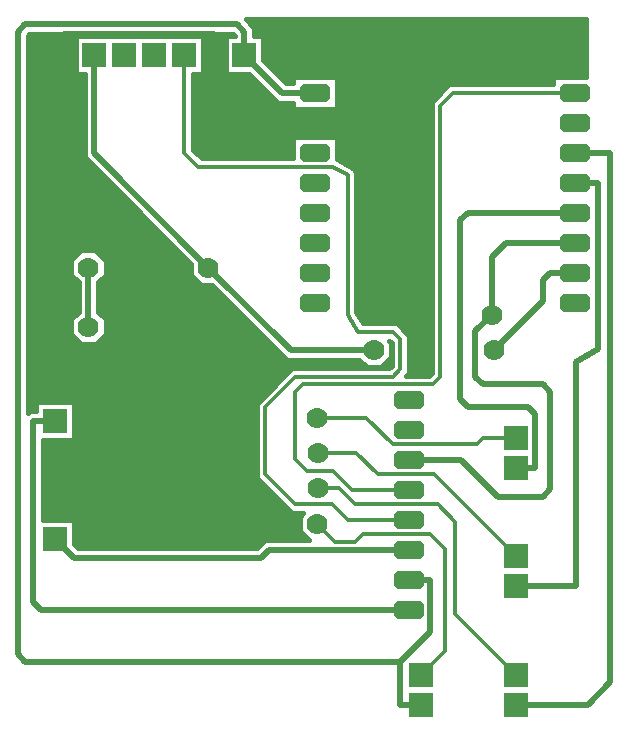
<source format=gbr>
G04 PROTEUS GERBER X2 FILE*
%TF.GenerationSoftware,Labcenter,Proteus,8.5-SP0-Build22067*%
%TF.CreationDate,2018-12-13T00:00:26+00:00*%
%TF.FileFunction,Copper,L16,Bot*%
%TF.FilePolarity,Positive*%
%TF.Part,Single*%
%FSLAX45Y45*%
%MOMM*%
G01*
%TA.AperFunction,Conductor*%
%ADD10C,0.508000*%
%ADD11C,0.304800*%
%ADD12C,0.254000*%
%ADD13C,0.381000*%
%AMDIL004*
4,1,8,
-1.270000,0.457200,-0.965200,0.762000,0.965200,0.762000,1.270000,0.457200,1.270000,-0.457200,
0.965200,-0.762000,-0.965200,-0.762000,-1.270000,-0.457200,-1.270000,0.457200,
0*%
%TA.AperFunction,ComponentPad*%
%ADD14DIL004*%
%ADD15R,2.032000X2.032000*%
%ADD16C,1.778000*%
G36*
X+2400000Y+2411349D02*
X+2115851Y+2411349D01*
X+2115851Y+2350389D01*
X+1240017Y+2350389D01*
X+1089199Y+2199571D01*
X+1089199Y-97015D01*
X+1068103Y-118111D01*
X+873263Y-118111D01*
X+897889Y-93485D01*
X+897889Y+220485D01*
X+791985Y+326389D01*
X+510415Y+326389D01*
X+452389Y+420520D01*
X+452389Y+1599599D01*
X+432613Y+1633443D01*
X+284149Y+1717101D01*
X+284149Y+1903349D01*
X-84149Y+1903349D01*
X-84149Y+1723389D01*
X-859017Y+1723389D01*
X-931611Y+1795983D01*
X-931611Y+2441251D01*
X-845251Y+2441251D01*
X-845251Y+2758749D01*
X-1924749Y+2758749D01*
X-1924749Y+2441251D01*
X-1848549Y+2441251D01*
X-1848549Y+1731809D01*
X-946049Y+829309D01*
X-946049Y+739505D01*
X-860495Y+653951D01*
X-770691Y+653951D01*
X-134191Y+17451D01*
X+476005Y+17451D01*
X+539505Y-46049D01*
X+660495Y-46049D01*
X+746049Y+39505D01*
X+746049Y+160495D01*
X+724933Y+181611D01*
X+732015Y+181611D01*
X+753111Y+160515D01*
X+753111Y-33515D01*
X+732015Y-54611D01*
X-93483Y-54611D01*
X-392389Y-353517D01*
X-392389Y-979983D01*
X-93483Y-1278889D01*
X+4567Y-1278889D01*
X-26049Y-1309505D01*
X-26049Y-1430495D01*
X+52907Y-1509451D01*
X-323193Y-1509451D01*
X-391193Y-1577451D01*
X-1905807Y-1577451D01*
X-1941251Y-1542007D01*
X-1941251Y-1341251D01*
X-2203451Y-1341251D01*
X-2203451Y-658749D01*
X-1941251Y-658749D01*
X-1941251Y-341251D01*
X-2258749Y-341251D01*
X-2258749Y-417451D01*
X-2320193Y-417451D01*
X-2330451Y-427709D01*
X-2330451Y+2759807D01*
X-2315307Y+2774951D01*
X-593693Y+2774951D01*
X-578549Y+2759807D01*
X-578549Y+2758749D01*
X-654749Y+2758749D01*
X-654749Y+2441251D01*
X-453993Y+2441251D01*
X-208193Y+2195451D01*
X-84149Y+2195451D01*
X-84149Y+2144651D01*
X+284149Y+2144651D01*
X+284149Y+2411349D01*
X-84149Y+2411349D01*
X-84149Y+2360549D01*
X-139807Y+2360549D01*
X-337251Y+2557993D01*
X-337251Y+2758749D01*
X-413451Y+2758749D01*
X-413451Y+2828193D01*
X-485258Y+2900000D01*
X+2400000Y+2900000D01*
X+2400000Y+2411349D01*
G37*
%LPC*%
G36*
X+71399Y+2093050D02*
X+128601Y+2093050D01*
X+169050Y+2052601D01*
X+169050Y+1995399D01*
X+128601Y+1954950D01*
X+71399Y+1954950D01*
X+30950Y+1995399D01*
X+30950Y+2052601D01*
X+71399Y+2093050D01*
G37*
G36*
X-2089850Y+2571067D02*
X-2089850Y+2628933D01*
X-2048933Y+2669850D01*
X-1991067Y+2669850D01*
X-1950150Y+2628933D01*
X-1950150Y+2571067D01*
X-1991067Y+2530150D01*
X-2048933Y+2530150D01*
X-2089850Y+2571067D01*
G37*
G36*
X-819850Y+2571067D02*
X-819850Y+2628933D01*
X-778933Y+2669850D01*
X-721067Y+2669850D01*
X-680150Y+2628933D01*
X-680150Y+2571067D01*
X-721067Y+2530150D01*
X-778933Y+2530150D01*
X-819850Y+2571067D01*
G37*
G36*
X-2071067Y-1315850D02*
X-2128933Y-1315850D01*
X-2169850Y-1274933D01*
X-2169850Y-1217067D01*
X-2128933Y-1176150D01*
X-2071067Y-1176150D01*
X-2030150Y-1217067D01*
X-2030150Y-1274933D01*
X-2071067Y-1315850D01*
G37*
G36*
X-2128933Y-684150D02*
X-2071067Y-684150D01*
X-2030150Y-725067D01*
X-2030150Y-782933D01*
X-2071067Y-823850D01*
X-2128933Y-823850D01*
X-2169850Y-782933D01*
X-2169850Y-725067D01*
X-2128933Y-684150D01*
G37*
G36*
X-957150Y-493672D02*
X-957150Y-446328D01*
X-923672Y-412850D01*
X-876328Y-412850D01*
X-842850Y-446328D01*
X-842850Y-493672D01*
X-876328Y-527150D01*
X-923672Y-527150D01*
X-957150Y-493672D01*
G37*
G36*
X-947150Y-793672D02*
X-947150Y-746328D01*
X-913672Y-712850D01*
X-866328Y-712850D01*
X-832850Y-746328D01*
X-832850Y-793672D01*
X-866328Y-827150D01*
X-913672Y-827150D01*
X-947150Y-793672D01*
G37*
G36*
X-947150Y-1093672D02*
X-947150Y-1046328D01*
X-913672Y-1012850D01*
X-866328Y-1012850D01*
X-832850Y-1046328D01*
X-832850Y-1093672D01*
X-866328Y-1127150D01*
X-913672Y-1127150D01*
X-947150Y-1093672D01*
G37*
G36*
X-838850Y-1346328D02*
X-838850Y-1393672D01*
X-872328Y-1427150D01*
X-919672Y-1427150D01*
X-953150Y-1393672D01*
X-953150Y-1346328D01*
X-919672Y-1312850D01*
X-872328Y-1312850D01*
X-838850Y-1346328D01*
G37*
G36*
X-1669951Y+860495D02*
X-1669951Y+739505D01*
X-1733451Y+676005D01*
X-1733451Y+423995D01*
X-1669951Y+360495D01*
X-1669951Y+239505D01*
X-1755505Y+153951D01*
X-1876495Y+153951D01*
X-1962049Y+239505D01*
X-1962049Y+360495D01*
X-1898549Y+423995D01*
X-1898549Y+676005D01*
X-1962049Y+739505D01*
X-1962049Y+860495D01*
X-1876495Y+946049D01*
X-1755505Y+946049D01*
X-1669951Y+860495D01*
G37*
G36*
X-857150Y+276328D02*
X-857150Y+323672D01*
X-823672Y+357150D01*
X-776328Y+357150D01*
X-742850Y+323672D01*
X-742850Y+276328D01*
X-776328Y+242850D01*
X-823672Y+242850D01*
X-857150Y+276328D01*
G37*
G36*
X+641150Y+423672D02*
X+641150Y+376328D01*
X+607672Y+342850D01*
X+560328Y+342850D01*
X+526850Y+376328D01*
X+526850Y+423672D01*
X+560328Y+457150D01*
X+607672Y+457150D01*
X+641150Y+423672D01*
G37*
%LPD*%
D10*
X-1816000Y+800000D02*
X-1816000Y+300000D01*
D11*
X+1800000Y-646000D02*
X+1524000Y-646000D01*
X+1471500Y-698500D01*
X+762000Y-698500D01*
X+533500Y-470000D01*
X+116000Y-470000D01*
X+1800000Y-1646000D02*
X+1106500Y-952500D01*
X+635000Y-952500D01*
X+452500Y-770000D01*
X+126000Y-770000D01*
D10*
X-2100000Y-500000D02*
X-2286000Y-500000D01*
X-2286000Y-2032000D01*
X-2218000Y-2100000D01*
X+900000Y-2100000D01*
D11*
X+2300000Y+2278000D02*
X+1270000Y+2278000D01*
X+1161588Y+2169588D01*
X+1161588Y-127000D01*
X+1098088Y-190500D01*
X+0Y-190500D01*
X-63500Y-254000D01*
X-63500Y-825500D01*
X+31000Y-920000D01*
X+254000Y-920000D01*
X+418000Y-1084000D01*
X+900000Y-1084000D01*
D10*
X+2300000Y+754000D02*
X+2095500Y+754000D01*
X+2032000Y+690500D01*
X+2032000Y+516000D01*
X+1616000Y+100000D01*
X+2300000Y+1262000D02*
X+1397000Y+1262000D01*
X+1333500Y+1198500D01*
X+1333500Y-317500D01*
X+1397000Y-381000D01*
X+1905000Y-381000D01*
X+1968500Y-444500D01*
X+1968500Y-900000D01*
X+1800000Y-900000D01*
D12*
X+100000Y+2024000D02*
X+508000Y+2024000D01*
X+584000Y+1948000D01*
X+584000Y+400000D01*
X+100000Y+2024000D02*
X-635000Y+2024000D01*
X-750000Y+2139000D01*
X-750000Y+2600000D01*
X-2100000Y-754000D02*
X-1841500Y-754000D01*
X-1825500Y-770000D01*
X-890000Y-770000D01*
X-900000Y-470000D02*
X-900000Y+52500D01*
X-889000Y+63500D01*
X-2020000Y+2600000D02*
X-2020000Y+1194500D01*
X-889000Y+63500D01*
X-800000Y+152500D01*
X-800000Y+300000D01*
X-900000Y-470000D02*
X-890000Y-480000D01*
X-890000Y-770000D01*
X-890000Y-1070000D02*
X-896000Y-1076000D01*
X-896000Y-1370000D01*
D10*
X-2100000Y-754000D02*
X-2100000Y-1246000D01*
D12*
X-890000Y-770000D02*
X-890000Y-1070000D01*
D10*
X+1600000Y+400000D02*
X+1460500Y+260500D01*
X+1460500Y-127000D01*
X+1524000Y-190500D01*
X+2032000Y-190500D01*
X+2095500Y-254000D01*
X+2095500Y-1079500D01*
X+2032000Y-1143000D01*
X+1651000Y-1143000D01*
X+1338000Y-830000D01*
X+900000Y-830000D01*
X+1600000Y+400000D02*
X+1600000Y+889000D01*
X+1719000Y+1008000D01*
X+2300000Y+1008000D01*
X-800000Y+800000D02*
X-1766000Y+1766000D01*
X-1766000Y+2600000D01*
X-800000Y+800000D02*
X-100000Y+100000D01*
X+600000Y+100000D01*
X-496000Y+2600000D02*
X-174000Y+2278000D01*
X+100000Y+2278000D01*
X+825500Y-2540000D02*
X+825500Y-2900000D01*
X+1000000Y-2900000D01*
X+825500Y-2540000D02*
X+1079500Y-2286000D01*
X+1079500Y-1846000D01*
X+900000Y-1846000D01*
D11*
X+126000Y-1070000D02*
X+308000Y-1070000D01*
X+444500Y-1206500D01*
X+1143000Y-1206500D01*
X+1290000Y-1353500D01*
X+1290000Y-2136000D01*
X+1800000Y-2646000D01*
X+120000Y-1370000D02*
X+274000Y-1524000D01*
X+444500Y-1524000D01*
X+508000Y-1460500D01*
X+1079500Y-1460500D01*
X+1200000Y-1581000D01*
X+1200000Y-2446000D01*
X+1000000Y-2646000D01*
D10*
X-2100000Y-1500000D02*
X-1940000Y-1660000D01*
X-357000Y-1660000D01*
X-289000Y-1592000D01*
X+900000Y-1592000D01*
D11*
X+900000Y-1338000D02*
X+381000Y-1338000D01*
X+249500Y-1206500D01*
X-63500Y-1206500D01*
X-320000Y-950000D01*
X-320000Y-383500D01*
X-63500Y-127000D01*
X+762000Y-127000D01*
X+825500Y-63500D01*
X+825500Y+190500D01*
X+762000Y+254000D01*
X+470000Y+254000D01*
X+380000Y+400000D01*
X+380000Y+1580000D01*
X+254000Y+1651000D01*
X-889000Y+1651000D01*
X-1004000Y+1766000D01*
X-1004000Y+2600000D01*
D10*
X+1800000Y-2900000D02*
X+2413000Y-2900000D01*
X+2600000Y-2713000D01*
X+2600000Y+1770000D01*
X+2300000Y+1770000D01*
X+1800000Y-1900000D02*
X+2310000Y-1900000D01*
X+2310000Y+0D01*
X+2500000Y+114114D01*
X+2500000Y+1516000D01*
X+2300000Y+1516000D01*
X-496000Y+2600000D02*
X-496000Y+2794000D01*
X-559500Y+2857500D01*
X-2349500Y+2857500D01*
X-2413000Y+2794000D01*
X-2413000Y-2476500D01*
X-2349500Y-2540000D01*
X+825500Y-2540000D01*
X-2020000Y+2600000D02*
X-2020000Y+2774951D01*
X-750000Y+2774951D01*
X-750000Y+2600000D01*
D13*
X+2400000Y+2411349D02*
X+2115851Y+2411349D01*
X+2115851Y+2350389D01*
X+1240017Y+2350389D01*
X+1089199Y+2199571D01*
X+1089199Y-97015D01*
X+1068103Y-118111D01*
X+873263Y-118111D01*
X+897889Y-93485D01*
X+897889Y+220485D01*
X+791985Y+326389D01*
X+510415Y+326389D01*
X+452389Y+420520D01*
X+452389Y+1599599D01*
X+432613Y+1633443D01*
X+284149Y+1717101D01*
X+284149Y+1903349D01*
X-84149Y+1903349D01*
X-84149Y+1723389D01*
X-859017Y+1723389D01*
X-931611Y+1795983D01*
X-931611Y+2441251D01*
X-845251Y+2441251D01*
X-845251Y+2758749D01*
X-1924749Y+2758749D01*
X-1924749Y+2441251D01*
X-1848549Y+2441251D01*
X-1848549Y+1731809D01*
X-946049Y+829309D01*
X-946049Y+739505D01*
X-860495Y+653951D01*
X-770691Y+653951D01*
X-134191Y+17451D01*
X+476005Y+17451D01*
X+539505Y-46049D01*
X+660495Y-46049D01*
X+746049Y+39505D01*
X+746049Y+160495D01*
X+724933Y+181611D01*
X+732015Y+181611D01*
X+753111Y+160515D01*
X+753111Y-33515D01*
X+732015Y-54611D01*
X-93483Y-54611D01*
X-392389Y-353517D01*
X-392389Y-979983D01*
X-93483Y-1278889D01*
X+4567Y-1278889D01*
X-26049Y-1309505D01*
X-26049Y-1430495D01*
X+52907Y-1509451D01*
X-323193Y-1509451D01*
X-391193Y-1577451D01*
X-1905807Y-1577451D01*
X-1941251Y-1542007D01*
X-1941251Y-1341251D01*
X-2203451Y-1341251D01*
X-2203451Y-658749D01*
X-1941251Y-658749D01*
X-1941251Y-341251D01*
X-2258749Y-341251D01*
X-2258749Y-417451D01*
X-2320193Y-417451D01*
X-2330451Y-427709D01*
X-2330451Y+2759807D01*
X-2315307Y+2774951D01*
X-593693Y+2774951D01*
X-578549Y+2759807D01*
X-578549Y+2758749D01*
X-654749Y+2758749D01*
X-654749Y+2441251D01*
X-453993Y+2441251D01*
X-208193Y+2195451D01*
X-84149Y+2195451D01*
X-84149Y+2144651D01*
X+284149Y+2144651D01*
X+284149Y+2411349D01*
X-84149Y+2411349D01*
X-84149Y+2360549D01*
X-139807Y+2360549D01*
X-337251Y+2557993D01*
X-337251Y+2758749D01*
X-413451Y+2758749D01*
X-413451Y+2828193D01*
X-485258Y+2900000D01*
X+2400000Y+2900000D01*
X+2400000Y+2411349D01*
X+71399Y+2093050D02*
X+128601Y+2093050D01*
X+169050Y+2052601D01*
X+169050Y+1995399D01*
X+128601Y+1954950D01*
X+71399Y+1954950D01*
X+30950Y+1995399D01*
X+30950Y+2052601D01*
X+71399Y+2093050D01*
X-2089850Y+2571067D02*
X-2089850Y+2628933D01*
X-2048933Y+2669850D01*
X-1991067Y+2669850D01*
X-1950150Y+2628933D01*
X-1950150Y+2571067D01*
X-1991067Y+2530150D01*
X-2048933Y+2530150D01*
X-2089850Y+2571067D01*
X-819850Y+2571067D02*
X-819850Y+2628933D01*
X-778933Y+2669850D01*
X-721067Y+2669850D01*
X-680150Y+2628933D01*
X-680150Y+2571067D01*
X-721067Y+2530150D01*
X-778933Y+2530150D01*
X-819850Y+2571067D01*
X-2071067Y-1315850D02*
X-2128933Y-1315850D01*
X-2169850Y-1274933D01*
X-2169850Y-1217067D01*
X-2128933Y-1176150D01*
X-2071067Y-1176150D01*
X-2030150Y-1217067D01*
X-2030150Y-1274933D01*
X-2071067Y-1315850D01*
X-2128933Y-684150D02*
X-2071067Y-684150D01*
X-2030150Y-725067D01*
X-2030150Y-782933D01*
X-2071067Y-823850D01*
X-2128933Y-823850D01*
X-2169850Y-782933D01*
X-2169850Y-725067D01*
X-2128933Y-684150D01*
X-957150Y-493672D02*
X-957150Y-446328D01*
X-923672Y-412850D01*
X-876328Y-412850D01*
X-842850Y-446328D01*
X-842850Y-493672D01*
X-876328Y-527150D01*
X-923672Y-527150D01*
X-957150Y-493672D01*
X-947150Y-793672D02*
X-947150Y-746328D01*
X-913672Y-712850D01*
X-866328Y-712850D01*
X-832850Y-746328D01*
X-832850Y-793672D01*
X-866328Y-827150D01*
X-913672Y-827150D01*
X-947150Y-793672D01*
X-947150Y-1093672D02*
X-947150Y-1046328D01*
X-913672Y-1012850D01*
X-866328Y-1012850D01*
X-832850Y-1046328D01*
X-832850Y-1093672D01*
X-866328Y-1127150D01*
X-913672Y-1127150D01*
X-947150Y-1093672D01*
X-838850Y-1346328D02*
X-838850Y-1393672D01*
X-872328Y-1427150D01*
X-919672Y-1427150D01*
X-953150Y-1393672D01*
X-953150Y-1346328D01*
X-919672Y-1312850D01*
X-872328Y-1312850D01*
X-838850Y-1346328D01*
X-1669951Y+860495D02*
X-1669951Y+739505D01*
X-1733451Y+676005D01*
X-1733451Y+423995D01*
X-1669951Y+360495D01*
X-1669951Y+239505D01*
X-1755505Y+153951D01*
X-1876495Y+153951D01*
X-1962049Y+239505D01*
X-1962049Y+360495D01*
X-1898549Y+423995D01*
X-1898549Y+676005D01*
X-1962049Y+739505D01*
X-1962049Y+860495D01*
X-1876495Y+946049D01*
X-1755505Y+946049D01*
X-1669951Y+860495D01*
X-857150Y+276328D02*
X-857150Y+323672D01*
X-823672Y+357150D01*
X-776328Y+357150D01*
X-742850Y+323672D01*
X-742850Y+276328D01*
X-776328Y+242850D01*
X-823672Y+242850D01*
X-857150Y+276328D01*
X+641150Y+423672D02*
X+641150Y+376328D01*
X+607672Y+342850D01*
X+560328Y+342850D01*
X+526850Y+376328D01*
X+526850Y+423672D01*
X+560328Y+457150D01*
X+607672Y+457150D01*
X+641150Y+423672D01*
D12*
X+100000Y+2093050D02*
X+100000Y+2024000D01*
X+100000Y+1954950D02*
X+100000Y+2024000D01*
X+30950Y+2024000D02*
X+100000Y+2024000D01*
X+169050Y+2024000D02*
X+100000Y+2024000D01*
X-2089850Y+2600000D02*
X-2020000Y+2600000D01*
X-1950150Y+2600000D02*
X-2020000Y+2600000D01*
X-2020000Y+2530150D02*
X-2020000Y+2600000D01*
X-2020000Y+2669850D02*
X-2020000Y+2600000D01*
X-819850Y+2600000D02*
X-750000Y+2600000D01*
X-680150Y+2600000D02*
X-750000Y+2600000D01*
X-750000Y+2530150D02*
X-750000Y+2600000D01*
X-750000Y+2669850D02*
X-750000Y+2600000D01*
X-2100000Y-1315850D02*
X-2100000Y-1246000D01*
X-2100000Y-1176150D02*
X-2100000Y-1246000D01*
X-2030150Y-1246000D02*
X-2100000Y-1246000D01*
X-2169850Y-1246000D02*
X-2100000Y-1246000D01*
X-2100000Y-684150D02*
X-2100000Y-754000D01*
X-2100000Y-823850D02*
X-2100000Y-754000D01*
X-2169850Y-754000D02*
X-2100000Y-754000D01*
X-2030150Y-754000D02*
X-2100000Y-754000D01*
X-957150Y-470000D02*
X-900000Y-470000D01*
X-842850Y-470000D02*
X-900000Y-470000D01*
X-900000Y-527150D02*
X-900000Y-470000D01*
X-900000Y-412850D02*
X-900000Y-470000D01*
X-947150Y-770000D02*
X-890000Y-770000D01*
X-832850Y-770000D02*
X-890000Y-770000D01*
X-890000Y-827150D02*
X-890000Y-770000D01*
X-890000Y-712850D02*
X-890000Y-770000D01*
X-947150Y-1070000D02*
X-890000Y-1070000D01*
X-832850Y-1070000D02*
X-890000Y-1070000D01*
X-890000Y-1127150D02*
X-890000Y-1070000D01*
X-890000Y-1012850D02*
X-890000Y-1070000D01*
X-838850Y-1370000D02*
X-896000Y-1370000D01*
X-953150Y-1370000D02*
X-896000Y-1370000D01*
X-896000Y-1312850D02*
X-896000Y-1370000D01*
X-896000Y-1427150D02*
X-896000Y-1370000D01*
X-857150Y+300000D02*
X-800000Y+300000D01*
X-742850Y+300000D02*
X-800000Y+300000D01*
X-800000Y+242850D02*
X-800000Y+300000D01*
X-800000Y+357150D02*
X-800000Y+300000D01*
X+641150Y+400000D02*
X+584000Y+400000D01*
X+526850Y+400000D02*
X+584000Y+400000D01*
X+584000Y+457150D02*
X+584000Y+400000D01*
X+584000Y+342850D02*
X+584000Y+400000D01*
D14*
X+2300000Y+2278000D03*
X+2300000Y+2024000D03*
X+2300000Y+1770000D03*
X+2300000Y+1516000D03*
X+2300000Y+1262000D03*
X+2300000Y+1008000D03*
X+2300000Y+754000D03*
X+2300000Y+500000D03*
X+100000Y+2278000D03*
X+100000Y+2024000D03*
X+100000Y+1770000D03*
X+100000Y+1516000D03*
X+100000Y+1262000D03*
X+100000Y+1008000D03*
X+100000Y+754000D03*
X+100000Y+500000D03*
D15*
X-2020000Y+2600000D03*
X-1766000Y+2600000D03*
X-1512000Y+2600000D03*
X-1258000Y+2600000D03*
X-1004000Y+2600000D03*
X-750000Y+2600000D03*
X-496000Y+2600000D03*
X+1800000Y-900000D03*
X+1800000Y-646000D03*
X+1800000Y-1900000D03*
X+1800000Y-1646000D03*
X+1800000Y-2900000D03*
X+1800000Y-2646000D03*
X+1000000Y-2900000D03*
X+1000000Y-2646000D03*
X-2100000Y-1500000D03*
X-2100000Y-1246000D03*
X-2100000Y-500000D03*
X-2100000Y-754000D03*
D16*
X-900000Y-470000D03*
X+116000Y-470000D03*
X-890000Y-770000D03*
X+126000Y-770000D03*
X-890000Y-1070000D03*
X+126000Y-1070000D03*
X+120000Y-1370000D03*
X-896000Y-1370000D03*
X-1816000Y+300000D03*
X-800000Y+300000D03*
X+600000Y+100000D03*
X+1616000Y+100000D03*
X-800000Y+800000D03*
X-1816000Y+800000D03*
X+1600000Y+400000D03*
X+584000Y+400000D03*
D14*
X+900000Y-2100000D03*
X+900000Y-1846000D03*
X+900000Y-1592000D03*
X+900000Y-1338000D03*
X+900000Y-1084000D03*
X+900000Y-830000D03*
X+900000Y-576000D03*
X+900000Y-322000D03*
M02*

</source>
